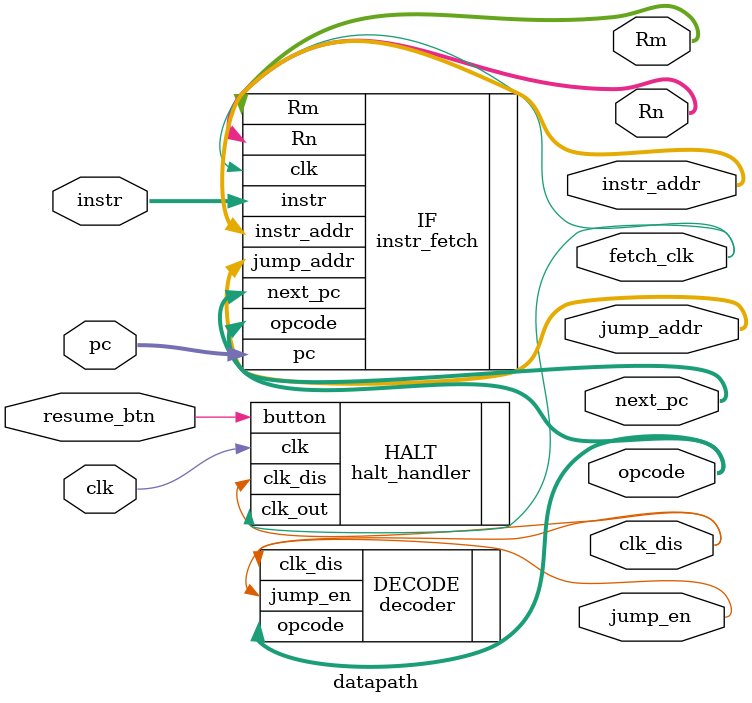
<source format=v>
`timescale 1ns / 1ps
module datapath(
clk,
resume_btn,
Rm,
Rn,
pc,

//not really outputs
clk_dis,
jump_en,
fetch_clk,
opcode,
jump_addr,
next_pc,
instr_addr,
instr
    );
	 
//INPUTS
input clk;
input resume_btn;
input [15:0] pc;				//for now
input [15:0] instr;			//for now

//DECODER CONTROL SIGNALS
output wire clk_dis;
output wire jump_en;

//INSTRUCTION FETCH WIRES
output wire fetch_clk;		//input
output wire [3:0] opcode; 	//outputs
output wire [11:0] jump_addr;
output wire [15:0] next_pc;
output wire [11:0] instr_addr;
//output wire [15:0] instr;

/*
// a fake memory for testing purposes
// instructions are established as needed below
reg [15:0] instr_mem [11:0];*/


//OUTPUTS
output reg [5:0] Rm;
output reg [5:0] Rn;

	 
halt_handler HALT(
	.clk(clk),
	.clk_dis(clk_dis),
	.button(resume_btn),
	.clk_out(fetch_clk)
);

instr_fetch IF(
	.clk(fetch_clk),
	.pc(pc),	
	.instr(instr),
	.instr_addr(instr_addr),
	.opcode(opcode),
	.Rm(Rm),
	.Rn(Rn),
	.jump_addr(jump_addr),
	.next_pc(next_pc)
);

decoder DECODE(
	.opcode(opcode),
	.clk_dis(clk_dis),
	.jump_en(jump_en)
);



/*initial begin
	instr_mem[12'b0000_0000_0000] = 16'b0000_0010_0000_1000;	//1
	instr_mem[12'b0000_0000_0001] = 16'b0000_0000_0000_0000; //3
	instr_mem[12'b0000_0000_0010] = 16'b0000_0010_0000_0011; //4
	instr_mem[12'b0000_0000_0011] = 16'b0000_0010_0000_1001; //5
	instr_mem[12'b0000_0000_1000] = 16'b0000_0010_0000_0001; //2
	instr_mem[12'b0000_0000_1001] = 16'b0000_0010_0000_0000; //6
	instr_mem[12'b0000_0000_1001] = 16'b0000_0010_0000_0000; //7 - JUMPS BACK TO 1
end*/

//assign instr = instr_mem[instr_addr];


endmodule

</source>
